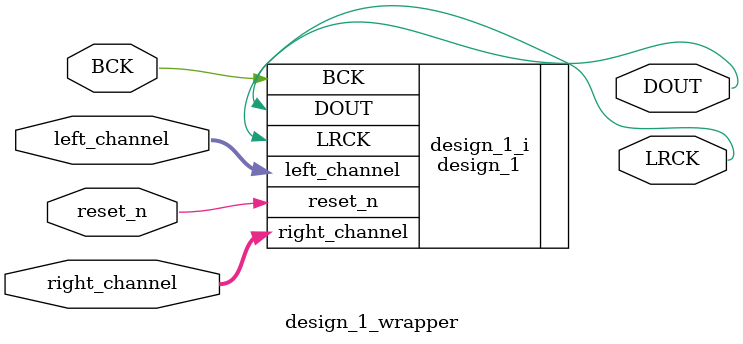
<source format=v>
`timescale 1 ps / 1 ps

module design_1_wrapper
   (BCK,
    DOUT,
    LRCK,
    left_channel,
    reset_n,
    right_channel);
  input BCK;
  output DOUT;
  output LRCK;
  input [31:0]left_channel;
  input reset_n;
  input [31:0]right_channel;

  wire BCK;
  wire DOUT;
  wire LRCK;
  wire [31:0]left_channel;
  wire reset_n;
  wire [31:0]right_channel;

  design_1 design_1_i
       (.BCK(BCK),
        .DOUT(DOUT),
        .LRCK(LRCK),
        .left_channel(left_channel),
        .reset_n(reset_n),
        .right_channel(right_channel));
endmodule

</source>
